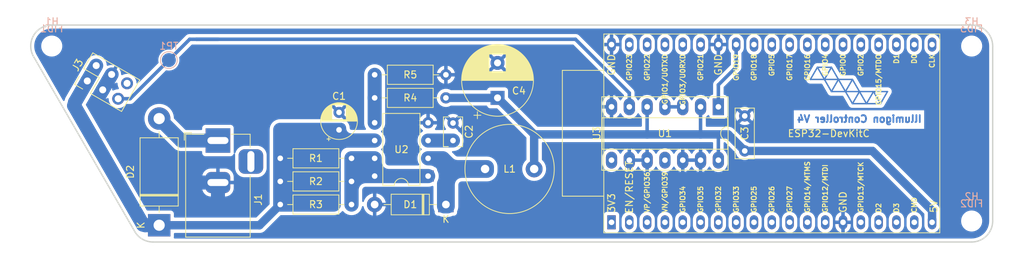
<source format=kicad_pcb>
(kicad_pcb (version 20240108) (generator "pcbnew") (generator_version "8.0")
  (layers (0 "F.Cu" signal) (31 "B.Cu" signal) (34 "B.Paste" user) (35 "F.Paste" user) (36 "B.SilkS" user "B.Silkscreen") (37 "F.SilkS" user "F.Silkscreen") (38 "B.Mask" user) (39 "F.Mask" user) (44 "Edge.Cuts" user))
  (net 0 "")
  (net 1 "+12V")
  (net 2 "GND")
  (net 3 "+5V")
  (net 5 "Net-(U2-TC)")
  (net 6 "Net-(D1-K)")
  (net 7 "ESP_3V3_DATA")
  (net 8 "ESP_5V_DATA")
  (net 9 "Net-(U2-DC)")
  (net 10 "Net-(U2-Vfb)")
  (net 12 "Net-(D2-A)")
  (net 13 "Net-(U1-Pad3)")
  (footprint "Diode_THT:D_DO-201AD_P15.24mm_Horizontal" (layer "F.Cu") (at 125.566408 124.163099 90)
    (property "Reference" "D2" (at 7.63 -4.119999 90) (layer "F.SilkS"))
    (property "Value" "1N5400")
    (fp_text user "K" (at 0 -2.6 90) (layer "F.SilkS"))
    (pad "1" thru_hole rect (at 0 0 90) (size 3.2 3.2) (drill 1.6) (layers "*.Cu" "*.Mask") (net 1 "+12V"))
    (pad "2" thru_hole oval (at 15.24 0 90) (size 3.2 3.2) (drill 1.6) (layers "*.Cu" "*.Mask") (net 12 "Net-(D2-A)"))
  )
  (footprint "Package_DIP:DIP-14_W7.62mm_Socket_LongPads" (layer "F.Cu") (at 205.322408 107.243101 -90)
    (property "Reference" "U1" (at 3.800001 7.625 0) (layer "F.SilkS"))
    (property "Value" "74LS00")
    (pad "1" thru_hole rect (at 0 0 270) (size 2.4 1.6) (drill 0.8) (layers "*.Cu" "*.Mask") (net 7 "ESP_3V3_DATA"))
    (pad "2" thru_hole oval (at 0 2.54 270) (size 2.4 1.6) (drill 0.8) (layers "*.Cu" "*.Mask") (net 3 "+5V"))
    (pad "3" thru_hole oval (at 0 5.08 270) (size 2.4 1.6) (drill 0.8) (layers "*.Cu" "*.Mask") (net 13 "Net-(U1-Pad3)"))
    (pad "4" thru_hole oval (at 0 7.62 270) (size 2.4 1.6) (drill 0.8) (layers "*.Cu" "*.Mask") (net 13 "Net-(U1-Pad3)"))
    (pad "5" thru_hole oval (at 0 10.16 270) (size 2.4 1.6) (drill 0.8) (layers "*.Cu" "*.Mask") (net 3 "+5V"))
    (pad "6" thru_hole oval (at 0 12.7 270) (size 2.4 1.6) (drill 0.8) (layers "*.Cu" "*.Mask") (net 8 "ESP_5V_DATA"))
    (pad "7" thru_hole oval (at 0 15.24 270) (size 2.4 1.6) (drill 0.8) (layers "*.Cu" "*.Mask") (net 2 "GND"))
    (pad "8" thru_hole oval (at 7.62 15.24 270) (size 2.4 1.6) (drill 0.8) (layers "*.Cu" "*.Mask"))
    (pad "9" thru_hole oval (at 7.62 12.700001 270) (size 2.4 1.6) (drill 0.8) (layers "*.Cu" "*.Mask") (net 2 "GND"))
    (pad "10" thru_hole oval (at 7.62 10.16 270) (size 2.4 1.6) (drill 0.8) (layers "*.Cu" "*.Mask") (net 2 "GND"))
    (pad "11" thru_hole oval (at 7.62 7.620001 270) (size 2.4 1.6) (drill 0.8) (layers "*.Cu" "*.Mask"))
    (pad "12" thru_hole oval (at 7.62 5.08 270) (size 2.4 1.6) (drill 0.8) (layers "*.Cu" "*.Mask") (net 2 "GND"))
    (pad "13" thru_hole oval (at 7.62 2.540001 270) (size 2.4 1.6) (drill 0.8) (layers "*.Cu" "*.Mask") (net 2 "GND"))
    (pad "14" thru_hole oval (at 7.62 0 270) (size 2.4 1.6) (drill 0.8) (layers "*.Cu" "*.Mask") (net 3 "+5V"))
  )
  (footprint "Resistor_THT:R_Axial_DIN0207_L6.3mm_D2.5mm_P10.16mm_Horizontal" (layer "F.Cu") (at 152.998408 121.2031 180)
    (property "Reference" "R3" (at 5.08 0 0) (layer "F.SilkS"))
    (property "Value" "1R")
    (pad "1" thru_hole circle (at 0 0 180) (size 1.6 1.6) (drill 0.8) (layers "*.Cu" "*.Mask") (net 9 "Net-(U2-DC)"))
    (pad "2" thru_hole oval (at 10.16 0 180) (size 1.6 1.6) (drill 0.8) (layers "*.Cu" "*.Mask") (net 1 "+12V"))
  )
  (footprint "Resistor_THT:R_Axial_DIN0207_L6.3mm_D2.5mm_P10.16mm_Horizontal" (layer "F.Cu") (at 156.300408 102.661101)
    (property "Reference" "R5" (at 5.08 0 0) (layer "F.SilkS"))
    (property "Value" "1K2_1%")
    (pad "1" thru_hole circle (at 0 0) (size 1.6 1.6) (drill 0.8) (layers "*.Cu" "*.Mask") (net 10 "Net-(U2-Vfb)"))
    (pad "2" thru_hole oval (at 10.16 0) (size 1.6 1.6) (drill 0.8) (layers "*.Cu" "*.Mask") (net 2 "GND"))
  )
  (footprint "Diode_THT:D_DO-41_SOD81_P10.16mm_Horizontal" (layer "F.Cu") (at 166.460405 121.203101 180)
    (property "Reference" "D1" (at 5.08 0 0) (layer "F.SilkS"))
    (property "Value" "1N5819")
    (fp_text user "K" (at 0 -2.1 0) (layer "F.SilkS"))
    (pad "1" thru_hole rect (at 0 0 180) (size 2.2 2.2) (drill 1.1) (layers "*.Cu" "*.Mask") (net 6 "Net-(D1-K)"))
    (pad "2" thru_hole oval (at 10.16 0 180) (size 2.2 2.2) (drill 1.1) (layers "*.Cu" "*.Mask") (net 2 "GND"))
  )
  (footprint "Capacitor_THT:CP_Radial_D10.0mm_P5.00mm" (layer "F.Cu") (at 173.826408 105.963099 90)
    (property "Reference" "C4" (at 1.005999 3.047999 0) (layer "F.SilkS"))
    (property "Value" "470uF")
    (pad "1" thru_hole rect (at 0 0 90) (size 2 2) (drill 1) (layers "*.Cu" "*.Mask") (net 3 "+5V"))
    (pad "2" thru_hole circle (at 5 0 90) (size 2 2) (drill 1) (layers "*.Cu" "*.Mask") (net 2 "GND"))
  )
  (footprint "Resistor_THT:R_Axial_DIN0207_L6.3mm_D2.5mm_P10.16mm_Horizontal" (layer "F.Cu") (at 152.99841 114.5991 180)
    (property "Reference" "R1" (at 5.08 0 0) (layer "F.SilkS"))
    (property "Value" "1R")
    (pad "1" thru_hole circle (at 0 0 180) (size 1.6 1.6) (drill 0.8) (layers "*.Cu" "*.Mask") (net 9 "Net-(U2-DC)"))
    (pad "2" thru_hole oval (at 10.16 0 180) (size 1.6 1.6) (drill 0.8) (layers "*.Cu" "*.Mask") (net 1 "+12V"))
  )
  (footprint "Capacitor_THT:CP_Radial_D5.0mm_P2.50mm" (layer "F.Cu") (at 151.220408 110.535101 90)
    (property "Reference" "C1" (at 4.815999 -0.000001 0) (layer "F.SilkS"))
    (property "Value" "100uF")
    (pad "1" thru_hole rect (at 0 0 90) (size 1.6 1.6) (drill 0.8) (layers "*.Cu" "*.Mask") (net 1 "+12V"))
    (pad "2" thru_hole circle (at 2.5 0 90) (size 1.6 1.6) (drill 0.8) (layers "*.Cu" "*.Mask") (net 2 "GND"))
  )
  (footprint "Resistor_THT:R_Axial_DIN0207_L6.3mm_D2.5mm_P10.16mm_Horizontal" (layer "F.Cu") (at 152.998407 117.9011 180)
    (property "Reference" "R2" (at 5.08 0 0) (layer "F.SilkS"))
    (property "Value" "1R")
    (pad "1" thru_hole circle (at 0 0 180) (size 1.6 1.6) (drill 0.8) (layers "*.Cu" "*.Mask") (net 9 "Net-(U2-DC)"))
    (pad "2" thru_hole oval (at 10.16 0 180) (size 1.6 1.6) (drill 0.8) (layers "*.Cu" "*.Mask") (net 1 "+12V"))
  )
  (footprint "PCM_Espressif:ESP32-DevKitC" (layer "F.Cu") (at 190.082407 123.743101 90)
    (property "Reference" "U3" (at 12.7 -2.1 90) (layer "F.SilkS"))
    (property "Value" "ESP32-DevKitC" (at 12.69 30.988 0) (layer "F.SilkS"))
    (fp_text user "GPIO12/MTDI" (at 1.27 30.48 90) (layer "F.SilkS") (effects (font (size 0.7 0.7)) (justify left)))
    (fp_text user "CLK" (at 24.13 45.72 90) (layer "F.SilkS") (effects (font (size 0.7 0.7)) (justify right)))
    (fp_text user "GPIO4" (at 24.13 30.48 90) (layer "F.SilkS") (effects (font (size 0.7 0.7)) (justify right)))
    (fp_text user "VN/GPIO39" (at 1.27 7.62 90) (layer "F.SilkS") (effects (font (size 0.7 0.7)) (justify left)))
    (fp_text user "D1" (at 24.13 40.64 90) (layer "F.SilkS") (effects (font (size 0.7 0.7)) (justify right)))
    (fp_text user "GPIO2" (at 24.13 35.56 90) (layer "F.SilkS") (effects (font (size 0.7 0.7)) (justify right)))
    (fp_text user "GPIO5" (at 24.13 22.86 90) (layer "F.SilkS") (effects (font (size 0.7 0.7)) (justify right)))
    (fp_text user "GPIO27" (at 1.27 25.4 90) (layer "F.SilkS") (effects (font (size 0.7 0.7)) (justify left)))
    (fp_text user "GPIO21" (at 24.13 12.7 90) (layer "F.SilkS") (effects (font (size 0.7 0.7)) (justify right)))
    (fp_text user "GPIO23" (at 24.13 2.54 90) (layer "F.SilkS") (effects (font (size 0.7 0.7)) (justify right)))
    (fp_text user "EN/RESET" (at 8.88632 2.53728 90) (layer "F.SilkS") (effects (justify right)))
    (fp_text user "GPIO33" (at 1.27 17.78 90) (layer "F.SilkS") (effects (font (size 0.7 0.7)) (justify left)))
    (fp_text user "GPIO26" (at 1.27 22.86 90) (layer "F.SilkS") (effects (font (size 0.7 0.7)) (justify left)))
    (fp_text user "GPIO34" (at 1.27 10.16 90) (layer "F.SilkS") (effects (font (size 0.7 0.7)) (justify left)))
    (fp_text user "D3" (at 1.27 40.64 90) (layer "F.SilkS") (effects (font (size 0.7 0.7)) (justify left)))
    (fp_text user "GPIO19" (at 24.13 17.78 90) (layer "F.SilkS") (effects (font (size 0.7 0.7)) (justify right)))
    (fp_text user "GPIO25" (at 1.27 20.32 90) (layer "F.SilkS") (effects (font (size 0.7 0.7)) (justify left)))
    (fp_text user "GND" (at 1.27 33.02 90) (layer "F.SilkS") (effects (justify left)))
    (fp_text user "GPIO15/MTDO" (at 24.13 38.1 90) (layer "F.SilkS") (effects (font (size 0.7 0.7)) (justify right)))
    (fp_text user "5V" (at 1.26632 45.97128 90) (layer "F.SilkS") (effects (justify left)))
    (fp_text user "GPIO0" (at 24.13 33.02 90) (layer "F.SilkS") (effects (font (size 0.7 0.7)) (justify right)))
    (fp_text user "3V3" (at 1.27 0 90) (layer "F.SilkS") (effects (justify left)))
    (fp_text user "GPIO32" (at 1.27 15.24 90) (layer "F.SilkS") (effects (font (size 0.7 0.7)) (justify left)))
    (fp_text user "CMD" (at 1.27 43.18 90) (layer "F.SilkS") (effects (font (size 0.7 0.7)) (justify left)))
    (fp_text user "GND" (at 24.13 0 90) (layer "F.SilkS") (effects (justify right)))
    (fp_text user "GPIO22" (at 24.13 5.08 90) (layer "F.SilkS") (effects (font (size 0.7 0.7)) (justify right)))
    (fp_text user "D0" (at 24.13 43.18 90) (layer "F.SilkS") (effects (font (size 0.7 0.7)) (justify right)))
    (fp_text user "GPIO3/U0RXD" (at 24.13 10.16 90) (layer "F.SilkS") (effects (font (size 0.7 0.7)) (justify right)))
    (fp_text user "GPIO16" (at 24.13 27.94 90) (layer "F.SilkS") (effects (font (size 0.7 0.7)) (justify right)))
    (fp_text user "GPIO1/U0TXD" (at 24.13 7.62 90) (layer "F.SilkS") (effects (font (size 0.7 0.7)) (justify right)))
    (fp_text user "VP/GPIO36" (at 1.27 5.08 90) (layer "F.SilkS") (effects (font (size 0.7 0.7)) (justify left)))
    (fp_text user "GPIO18" (at 24.13 20.32 90) (layer "F.SilkS") (effects (font (size 0.7 0.7)) (justify right)))
    (fp_text user "GPIO17" (at 24.13 25.4 90) (layer "F.SilkS") (effects (font (size 0.7 0.7)) (justify right)))
    (fp_text user "GPIO14/MTMS" (at 1.27 27.94 90) (layer "F.SilkS") (effects (font (size 0.7 0.7)) (justify left)))
    (fp_text user "GPIO13/MTCK" (at 1.27 35.56 90) (layer "F.SilkS") (effects (font (size 0.7 0.7)) (justify left)))
    (fp_text user "GND" (at 24.13 15.24 90) (layer "F.SilkS") (effects (justify right)))
    (fp_text user "GPIO35" (at 1.27 12.7 90) (layer "F.SilkS") (effects (font (size 0.7 0.7)) (justify left)))
    (fp_text user "D2" (at 1.27 38.1 90) (layer "F.SilkS") (effects (font (size 0.7 0.7)) (justify left)))
    (pad "1" thru_hole rect (at 0 0) (size 1.2 2) (drill 0.8) (layers "*.Cu" "*.Mask"))
    (pad "2" thru_hole oval (at 0 2.54) (size 1.2 2) (drill 0.8) (layers "*.Cu" "*.Mask"))
    (pad "3" thru_hole oval (at 0 5.08) (size 1.2 2) (drill 0.8) (layers "*.Cu" "*.Mask"))
    (pad "4" thru_hole oval (at 0 7.62) (size 1.2 2) (drill 0.8) (layers "*.Cu" "*.Mask"))
    (pad "5" thru_hole oval (at 0 10.16) (size 1.2 2) (drill 0.8) (layers "*.Cu" "*.Mask"))
    (pad "6" thru_hole oval (at 0 12.7) (size 1.2 2) (drill 0.8) (layers "*.Cu" "*.Mask"))
    (pad "7" thru_hole oval (at 0 15.24) (size 1.2 2) (drill 0.8) (layers "*.Cu" "*.Mask"))
    (pad "8" thru_hole oval (at 0 17.78) (size 1.2 2) (drill 0.8) (layers "*.Cu" "*.Mask"))
    (pad "9" thru_hole oval (at 0 20.32) (size 1.2 2) (drill 0.8) (layers "*.Cu" "*.Mask"))
    (pad "10" thru_hole oval (at 0 22.86) (size 1.2 2) (drill 0.8) (layers "*.Cu" "*.Mask"))
    (pad "11" thru_hole oval (at 0 25.4) (size 1.2 2) (drill 0.8) (layers "*.Cu" "*.Mask"))
    (pad "12" thru_hole oval (at 0 27.94) (size 1.2 2) (drill 0.8) (layers "*.Cu" "*.Mask"))
    (pad "13" thru_hole oval (at 0 30.48) (size 1.2 2) (drill 0.8) (layers "*.Cu" "*.Mask"))
    (pad "14" thru_hole oval (at 0 33.02) (size 1.2 2) (drill 0.8) (layers "*.Cu" "*.Mask") (net 2 "GND"))
    (pad "15" thru_hole oval (at 0 35.56) (size 1.2 2) (drill 0.8) (layers "*.Cu" "*.Mask"))
    (pad "16" thru_hole oval (at 0 38.1) (size 1.2 2) (drill 0.8) (layers "*.Cu" "*.Mask"))
    (pad "17" thru_hole oval (at 0 40.64) (size 1.2 2) (drill 0.8) (layers "*.Cu" "*.Mask"))
    (pad "18" thru_hole oval (at 0 43.18) (size 1.2 2) (drill 0.8) (layers "*.Cu" "*.Mask"))
    (pad "19" thru_hole oval (at 0 45.72) (size 1.2 2) (drill 0.8) (layers "*.Cu" "*.Mask") (net 3 "+5V"))
    (pad "20" thru_hole oval (at 25.39632 45.71728) (size 1.2 2) (drill 0.8) (layers "*.Cu" "*.Mask"))
    (pad "21" thru_hole oval (at 25.39632 43.17728) (size 1.2 2) (drill 0.8) (layers "*.Cu" "*.Mask"))
    (pad "22" thru_hole oval (at 25.4 40.64) (size 1.2 2) (drill 0.8) (layers "*.Cu" "*.Mask"))
    (pad "23" thru_hole oval (at 25.4 38.1) (size 1.2 2) (drill 0.8) (layers "*.Cu" "*.Mask"))
    (pad "24" thru_hole oval (at 25.4 35.56) (size 1.2 2) (drill 0.8) (layers "*.Cu" "*.Mask"))
    (pad "25" thru_hole oval (at 25.4 33.02) (size 1.2 2) (drill 0.8) (layers "*.Cu" "*.Mask"))
    (pad "26" thru_hole oval (at 25.4 30.48) (size 1.2 2) (drill 0.8) (layers "*.Cu" "*.Mask"))
    (pad "27" thru_hole oval (at 25.4 27.94) (size 1.2 2) (drill 0.8) (layers "*.Cu" "*.Mask"))
    (pad "28" thru_hole oval (at 25.4 25.4) (size 1.2 2) (drill 0.8) (layers "*.Cu" "*.Mask"))
    (pad "29" thru_hole oval (at 25.4 22.86) (size 1.2 2) (drill 0.8) (layers "*.Cu" "*.Mask"))
    (pad "30" thru_hole oval (at 25.4 20.32) (size 1.2 2) (drill 0.8) (layers "*.Cu" "*.Mask"))
    (pad "31" thru_hole oval (at 25.4 17.78) (size 1.2 2) (drill 0.8) (layers "*.Cu" "*.Mask") (net 7 "ESP_3V3_DATA"))
    (pad "32" thru_hole oval (at 25.4 15.24) (size 1.2 2) (drill 0.8) (layers "*.Cu" "*.Mask") (net 2 "GND"))
    (pad "33" thru_hole oval (at 25.4 12.7) (size 1.2 2) (drill 0.8) (layers "*.Cu" "*.Mask"))
    (pad "34" thru_hole oval (at 25.4 10.16) (size 1.2 2) (drill 0.8) (layers "*.Cu" "*.Mask"))
    (pad "35" thru_hole oval (at 25.4 7.62) (size 1.2 2) (drill 0.8) (layers "*.Cu" "*.Mask"))
    (pad "36" thru_hole oval (at 25.4 5.08) (size 1.2 2) (drill 0.8) (layers "*.Cu" "*.Mask"))
    (pad "37" thru_hole oval (at 25.4 2.540001) (size 1.2 2) (drill 0.8) (layers "*.Cu" "*.Mask"))
    (pad "38" thru_hole oval (at 25.4 0) (size 1.2 2) (drill 0.8) (layers "*.Cu" "*.Mask") (net 2 "GND"))
  )
  (footprint "Connector_BarrelJack:BarrelJack_Horizontal" (layer "F.Cu") (at 133.948406 112.059103 90)
    (property "Reference" "J1" (at -8.45 5.75 90) (layer "F.SilkS"))
    (property "Value" "Barrel_Jack_Switch")
    (pad "1" thru_hole rect (at 0 0 90) (size 3.5 3.5) (drill oval 1 3) (layers "*.Cu" "*.Mask") (net 12 "Net-(D2-A)"))
    (pad "2" thru_hole roundrect (at -6 0 90) (size 3 3.5) (drill oval 1 3) (layers "*.Cu" "*.Mask") (net 2 "GND"))
    (pad "3" thru_hole roundrect (at -3 4.7 90) (size 3.5 3.5) (drill oval 3 1) (layers "*.Cu" "*.Mask"))
  )
  (footprint "Capacitor_THT:C_Rect_L7.0mm_W2.5mm_P5.00mm" (layer "F.Cu") (at 209.082404 113.543101 90)
    (property "Reference" "C3" (at 2.5 0 90) (layer "F.SilkS"))
    (property "Value" "100nF")
    (pad "1" thru_hole circle (at 0 0 90) (size 1.6 1.6) (drill 0.8) (layers "*.Cu" "*.Mask") (net 3 "+5V"))
    (pad "2" thru_hole circle (at 5 0 90) (size 1.6 1.6) (drill 0.8) (layers "*.Cu" "*.Mask") (net 2 "GND"))
  )
  (footprint "Connector_PinHeader_2.54mm:PinHeader_2x03_P2.54mm_Vertical" (layer "F.Cu") (at 115.316 103.545705 60)
    (property "Reference" "J3" (at 1.27 -2.33 60) (layer "F.SilkS"))
    (property "Value" "Conn_02x03_Odd_Even")
    (pad "1" thru_hole rect (at 0 0 60) (size 1.7 1.7) (drill 1) (layers "*.Cu" "*.Mask") (net 1 "+12V"))
    (pad "2" thru_hole oval (at 2.54 0 60) (size 1.7 1.7) (drill 1) (layers "*.Cu" "*.Mask") (net 1 "+12V"))
    (pad "3" thru_hole oval (at 0 2.54 60) (size 1.7 1.7) (drill 1) (layers "*.Cu" "*.Mask") (net 2 "GND"))
    (pad "4" thru_hole oval (at 2.540001 2.54 60) (size 1.7 1.7) (drill 1) (layers "*.Cu" "*.Mask") (net 2 "GND"))
    (pad "5" thru_hole oval (at 0 5.08 60) (size 1.7 1.7) (drill 1) (layers "*.Cu" "*.Mask") (net 8 "ESP_5V_DATA"))
    (pad "6" thru_hole oval (at 2.54 5.08 60) (size 1.7 1.7) (drill 1) (layers "*.Cu" "*.Mask"))
  )
  (footprint "Resistor_THT:R_Axial_DIN0207_L6.3mm_D2.5mm_P10.16mm_Horizontal" (layer "F.Cu") (at 156.300409 105.9631)
    (property "Reference" "R4" (at 5.08 0 0) (layer "F.SilkS"))
    (property "Value" "3K6_1%")
    (pad "1" thru_hole circle (at 0 0) (size 1.6 1.6) (drill 0.8) (layers "*.Cu" "*.Mask") (net 10 "Net-(U2-Vfb)"))
    (pad "2" thru_hole oval (at 10.16 0) (size 1.6 1.6) (drill 0.8) (layers "*.Cu" "*.Mask") (net 3 "+5V"))
  )
  (footprint "Package_DIP:DIP-8_W7.62mm" (layer "F.Cu") (at 163.920407 117.139101 180)
    (property "Reference" "U2" (at 3.8 3.800001 0) (layer "F.SilkS"))
    (property "Value" "MC34063AP")
    (pad "1" thru_hole rect (at 0 0 180) (size 1.6 1.6) (drill 0.8) (layers "*.Cu" "*.Mask") (net 9 "Net-(U2-DC)"))
    (pad "2" thru_hole oval (at 0 2.54 180) (size 1.6 1.6) (drill 0.8) (layers "*.Cu" "*.Mask") (net 6 "Net-(D1-K)"))
    (pad "3" thru_hole oval (at 0 5.08 180) (size 1.6 1.6) (drill 0.8) (layers "*.Cu" "*.Mask") (net 5 "Net-(U2-TC)"))
    (pad "4" thru_hole oval (at 0 7.62 180) (size 1.6 1.6) (drill 0.8) (layers "*.Cu" "*.Mask") (net 2 "GND"))
    (pad "5" thru_hole oval (at 7.62 7.620001 180) (size 1.6 1.6) (drill 0.8) (layers "*.Cu" "*.Mask") (net 10 "Net-(U2-Vfb)"))
    (pad "6" thru_hole oval (at 7.62 5.08 180) (size 1.6 1.6) (drill 0.8) (layers "*.Cu" "*.Mask") (net 1 "+12V"))
    (pad "7" thru_hole oval (at 7.62 2.540001 180) (size 1.6 1.6) (drill 0.8) (layers "*.Cu" "*.Mask") (net 9 "Net-(U2-DC)"))
    (pad "8" thru_hole oval (at 7.62 0 180) (size 1.6 1.6) (drill 0.8) (layers "*.Cu" "*.Mask") (net 9 "Net-(U2-DC)"))
  )
  (footprint "Capacitor_THT:C_Rect_L4.0mm_W2.5mm_P2.50mm" (layer "F.Cu") (at 167.476407 112.059102 90)
    (property "Reference" "C2" (at 1.260001 2.285999 90) (layer "F.SilkS"))
    (property "Value" "680pF")
    (pad "1" thru_hole circle (at 0 0 90) (size 1.6 1.6) (drill 0.8) (layers "*.Cu" "*.Mask") (net 5 "Net-(U2-TC)"))
    (pad "2" thru_hole circle (at 2.5 0 90) (size 1.6 1.6) (drill 0.8) (layers "*.Cu" "*.Mask") (net 2 "GND"))
  )
  (footprint "Inductor_THT:L_Radial_D12.5mm_P7.00mm_Fastron_09HCP" (layer "F.Cu") (at 172.048408 116.123101)
    (property "Reference" "L1" (at 3.5 0 0) (layer "F.SilkS"))
    (property "Value" "220uH")
    (pad "1" thru_hole circle (at 0 0) (size 2.4 2.4) (drill 1.2) (layers "*.Cu" "*.Mask") (net 6 "Net-(D1-K)"))
    (pad "2" thru_hole circle (at 7 0) (size 2.4 2.4) (drill 1.2) (layers "*.Cu" "*.Mask") (net 3 "+5V"))
  )
  (footprint "MountingHole:MountingHole_2.5mm" (layer "B.Cu") (at 241.448403 98.559103 180)
    (property "Reference" "H3" (at 0 3.5 0) (layer "B.SilkS") (effects (justify mirror)))
    (property "Value" "MountingHole")
    (pad "" np_thru_hole circle (at 0 0 180) (size 2.5 2.5) (drill 2.5) (layers "*.Cu" "*.Mask"))
  )
  (footprint "TestPoint:TestPoint_Pad_D2.0mm" (layer "B.Cu") (at 126.948407 100.559102 180)
    (property "Reference" "TP1" (at 0 1.998 0) (layer "B.SilkS") (effects (justify mirror)))
    (property "Value" "TestPoint")
    (pad "1" smd circle (at 0 0 180) (size 2 2) (layers "B.Cu" "B.Mask") (net 8 "ESP_5V_DATA"))
  )
  (footprint "Fiducial:Fiducial_1.5mm_Mask3mm" (layer "B.Cu") (at 241.448403 98.559103 180)
    (property "Reference" "FID3" (at 0 2.4765 0) (layer "B.SilkS") (effects (justify mirror)))
    (property "Value" "Fiducial")
    (pad "" smd circle (at 0 0 180) (size 1.5 1.5) (layers "B.Cu" "B.Mask" "Eco1.User") (clearance 0.75))
  )
  (footprint "MountingHole:MountingHole_2.5mm" (layer "B.Cu") (at 110.24667 98.559067 180)
    (property "Reference" "H1" (at 0 3.5 0) (layer "B.SilkS") (effects (justify mirror)))
    (property "Value" "MountingHole")
    (pad "" np_thru_hole circle (at 0 0 180) (size 2.5 2.5) (drill 2.5) (layers "*.Cu" "*.Mask"))
  )
  (footprint "Fiducial:Fiducial_1.5mm_Mask3mm" (layer "B.Cu") (at 110.24667 98.559067 180)
    (property "Reference" "FID1" (at 0 2.4765 0) (layer "B.SilkS") (effects (justify mirror)))
    (property "Value" "Fiducial")
    (pad "" smd circle (at 0 0 180) (size 1.5 1.5) (layers "B.Cu" "B.Mask" "Eco1.User") (clearance 0.75))
  )
  (footprint "MountingHole:MountingHole_2.5mm" (layer "B.Cu") (at 241.448403 123.559103 180)
    (property "Reference" "H2" (at 0 3.5 0) (layer "B.SilkS") (effects (justify mirror)))
    (property "Value" "MountingHole")
    (pad "" np_thru_hole circle (at 0 0 180) (size 2.5 2.5) (drill 2.5) (layers "*.Cu" "*.Mask"))
  )
  (footprint "Fiducial:Fiducial_1.5mm_Mask3mm" (layer "B.Cu") (at 241.448403 123.559103 180)
    (property "Reference" "FID2" (at 0 2.4765 0) (layer "B.SilkS") (effects (justify mirror)))
    (property "Value" "Fiducial")
    (pad "" smd circle (at 0 0 180) (size 1.5 1.5) (layers "B.Cu" "B.Mask" "Eco1.User") (clearance 0.75))
  )
  (gr_line (start 228.448404 106.791156) (end 227.448407 105.059101) (stroke (width 0.2)) (layer "B.Cu"))
  (gr_line (start 220.448406 103.32705) (end 222.448406 103.327053) (stroke (width 0.2)) (layer "B.Cu"))
  (gr_line (start 218.448406 103.32705) (end 220.448406 103.32705) (stroke (width 0.2)) (layer "B.Cu"))
  (gr_line (start 224.448403 106.791158) (end 223.448406 105.059102) (stroke (width 0.2)) (layer "B.Cu"))
  (gr_line (start 223.448406 105.059102) (end 222.448406 103.327053) (stroke (width 0.2)) (layer "B.Cu"))
  (gr_line (start 225.448405 105.059106) (end 224.448407 103.327053) (stroke (width 0.2)) (layer "B.Cu"))
  (gr_line (start 221.448405 105.059105) (end 220.448406 103.32705) (stroke (width 0.2)) (layer "B.Cu"))
  (gr_line (start 218.448406 103.32705) (end 219.448408 101.595) (stroke (width 0.2)) (layer "B.Cu"))
  (gr_line (start 220.448406 103.32705) (end 221.448408 101.594999) (stroke (width 0.2)) (layer "B.Cu"))
  (gr_line (start 222.448405 103.327054) (end 221.448408 101.594999) (stroke (width 0.2)) (layer "B.Cu"))
  (gr_line (start 225.448406 105.059102) (end 227.448407 105.059101) (stroke (width 0.2)) (layer "B.Cu"))
  (gr_line (start 226.448403 106.791156) (end 228.448404 106.791156) (stroke (width 0.2)) (layer "B.Cu"))
  (gr_line (start 224.448403 106.791158) (end 225.448405 105.059106) (stroke (width 0.2)) (layer "B.Cu"))
  (gr_line (start 222.448405 103.327054) (end 224.448407 103.327053) (stroke (width 0.2)) (layer "B.Cu"))
  (gr_line (start 226.448403 106.791156) (end 227.448405 105.059106) (stroke (width 0.2)) (layer "B.Cu"))
  (gr_line (start 220.448406 103.32705) (end 219.448409 101.594998) (stroke (width 0.2)) (layer "B.Cu"))
  (gr_line (start 223.448406 105.059102) (end 224.448407 103.327053) (stroke (width 0.2)) (layer "B.Cu"))
  (gr_line (start 223.448406 105.059102) (end 225.448406 105.059102) (stroke (width 0.2)) (layer "B.Cu"))
  (gr_line (start 221.448405 105.059105) (end 223.448406 105.059102) (stroke (width 0.2)) (layer "B.Cu"))
  (gr_line (start 227.448405 105.059106) (end 229.448403 105.059106) (stroke (width 0.2)) (layer "B.Cu"))
  (gr_line (start 228.448404 106.791156) (end 229.448403 105.059106) (stroke (width 0.2)) (layer "B.Cu"))
  (gr_line (start 219.448408 101.595) (end 221.448408 101.594999) (stroke (width 0.2)) (layer "B.Cu"))
  (gr_line (start 226.448403 106.791156) (end 225.448406 105.059102) (stroke (width 0.2)) (layer "B.Cu"))
  (gr_line (start 221.448405 105.059105) (end 222.448405 103.327054) (stroke (width 0.2)) (layer "B.Cu"))
  (gr_line (start 224.448403 106.791158) (end 226.448403 106.791156) (stroke (width 0.2)) (layer "B.Cu"))
  (gr_arc (start 124.680469 126.559101) (mid 123.183068 126.158654) (end 122.085369 125.064276) (stroke (width 0.2)) (layer "Edge.Cuts"))
  (gr_line (start 241.448401 95.559103) (end 110.234671 95.559102) (stroke (width 0.2)) (layer "Edge.Cuts"))
  (gr_line (start 107.6486 100.059062) (end 122.085369 125.064276) (stroke (width 0.2)) (layer "Edge.Cuts"))
  (gr_arc (start 107.6486 100.059062) (mid 107.645603 97.064265) (end 110.234671 95.559102) (stroke (width 0.2)) (layer "Edge.Cuts"))
  (gr_arc (start 241.448401 95.559103) (mid 243.569725 96.437781) (end 244.448403 98.559103) (stroke (width 0.2)) (layer "Edge.Cuts"))
  (gr_line (start 244.448403 123.559104) (end 244.448403 98.559103) (stroke (width 0.2)) (layer "Edge.Cuts"))
  (gr_arc (start 244.448403 123.559104) (mid 243.569724 125.68042) (end 241.448407 126.559102) (stroke (width 0.2)) (layer "Edge.Cuts"))
  (gr_line (start 124.680469 126.559101) (end 241.448407 126.559102) (stroke (width 0.2)) (layer "Edge.Cuts"))
  (gr_text "Illumigon Controller V4" (at 234.448407 109.559102 0) (layer "B.Cu") (effects (font (size 1 1) (thickness 0.25) (bold yes)) (justify left bottom mirror)))
  (segment (start 113.432126 107.076421) (end 113.566 106.576794) (width 2) (layer "B.Cu") (net 1))
  (segment (start 123.566408 124.163099) (end 123.247842 124.07774) (width 2) (layer "B.Cu") (net 1))
  (segment (start 139.878407 124.163099) (end 142.838405 121.203101) (width 1.2) (layer "B.Cu") (net 1))
  (segment (start 125.566408 124.163099) (end 139.878407 124.163099) (width 1.2) (layer "B.Cu") (net 1))
  (segment (start 125.566408 124.163099) (end 123.566408 124.163099) (width 2) (layer "B.Cu") (net 1))
  (segment (start 115.315998 103.545706) (end 116.586 101.346) (width 2) (layer "B.Cu") (net 1))
  (segment (start 123.247842 124.07774) (end 113.432126 107.076421) (width 2) (layer "B.Cu") (net 1))
  (segment (start 113.566 106.576794) (end 115.316 103.545705) (width 2) (layer "B.Cu") (net 1))
  (segment (start 117.515702 104.815707) (end 118.785704 102.616003) (width 2) (layer "B.Cu") (net 2))
  (segment (start 133.948406 118.059102) (end 131.448407 118.059102) (width 2) (layer "B.Cu") (net 2))
  (segment (start 117.515705 104.815707) (end 116.515705 106.547758) (width 2) (layer "B.Cu") (net 2))
  (segment (start 133.948406 118.059102) (end 133.948407 120.559101) (width 2) (layer "B.Cu") (net 2))
  (segment (start 206.724406 111.185102) (end 205.322408 111.185101) (width 1.2) (layer "B.Cu") (net 3))
  (segment (start 209.082404 113.543101) (end 206.724406 111.185102) (width 1.2) (layer "B.Cu") (net 3))
  (segment (start 179.048408 116.1231) (end 179.048408 111.185102) (width 1.2) (layer "B.Cu") (net 3))
  (segment (start 179.048408 111.185102) (end 173.826408 105.963099) (width 1.2) (layer "B.Cu") (net 3))
  (segment (start 202.782407 107.243101) (end 202.782406 111.185103) (width 0.5) (layer "B.Cu") (net 3))
  (segment (start 195.162406 107.243104) (end 195.162406 111.185101) (width 0.5) (layer "B.Cu") (net 3))
  (segment (start 235.802407 122.063101) (end 235.802406 123.743103) (width 1.2) (layer "B.Cu") (net 3))
  (segment (start 202.782406 111.185103) (end 195.162406 111.185101) (width 1.2) (layer "B.Cu") (net 3))
  (segment (start 205.322408 111.185101) (end 202.782406 111.185103) (width 1.2) (layer "B.Cu") (net 3))
  (segment (start 227.282408 113.543101) (end 235.802407 122.063101) (width 1.2) (layer "B.Cu") (net 3))
  (segment (start 195.162406 111.185101) (end 179.048408 111.185102) (width 1.2) (layer "B.Cu") (net 3))
  (segment (start 209.082404 113.543101) (end 227.282408 113.543101) (width 1.2) (layer "B.Cu") (net 3))
  (segment (start 166.460408 105.963099) (end 173.826408 105.963099) (width 1.2) (layer "B.Cu") (net 3))
  (segment (start 205.322409 114.863101) (end 205.322408 111.185101) (width 0.5) (layer "B.Cu") (net 3))
  (segment (start 167.476407 112.059102) (end 163.920406 112.059101) (width 2) (layer "B.Cu") (net 5))
  (segment (start 207.862409 101.563102) (end 205.322407 104.103102) (width 0.5) (layer "B.Cu") (net 7))
  (segment (start 205.322407 104.103102) (end 205.322408 107.243101) (width 0.5) (layer "B.Cu") (net 7))
  (segment (start 207.862407 98.343101) (end 207.862409 101.563102) (width 0.5) (layer "B.Cu") (net 7))
  (segment (start 130.900406 97.591103) (end 129.916406 97.591103) (width 0.5) (layer "B.Cu") (net 8))
  (segment (start 184.942408 97.591103) (end 130.900406 97.591103) (width 0.5) (layer "B.Cu") (net 8))
  (segment (start 192.622408 105.271103) (end 184.942408 97.591103) (width 0.5) (layer "B.Cu") (net 8))
  (segment (start 192.622408 107.243101) (end 192.622408 105.271103) (width 0.5) (layer "B.Cu") (net 8))
  (segment (start 129.916406 97.591103) (end 121.421804 106.085705) (width 0.5) (layer "B.Cu") (net 8))
  (segment (start 121.421804 106.085705) (end 119.715409 106.085705) (width 0.5) (layer "B.Cu") (net 8))
  (segment (start 133.980408 97.591103) (end 130.900406 97.591103) (width 0.5) (layer "B.Cu") (net 8))
  (segment (start 156.300409 105.9631) (end 156.300405 109.519104) (width 2) (layer "B.Cu") (net 10))
  (segment (start 156.300408 102.661101) (end 156.300409 105.9631) (width 2) (layer "B.Cu") (net 10))
  (segment (start 133.948406 112.059103) (end 128.702408 112.059101) (width 2) (layer "B.Cu") (net 12))
  (segment (start 128.702408 112.059101) (end 125.566406 108.923102) (width 2) (layer "B.Cu") (net 12))
  (segment (start 200.242408 107.243101) (end 197.702408 107.2431) (width 0.5) (layer "B.Cu") (net 13))
  (segment (start 197.702408 107.2431) (end 197.702407 107.243101) (width 0.3) (layer "B.Cu") (net 13))
  (zone (net 2) (net_name "GND") (layer "B.Cu") (connect_pads (clearance 0.5)) (min_thickness 0.25) (fill yes (thermal_gap 0.5) (thermal_bridge_width 0.5))
    (polygon (pts (xy 248.660407 129.569102) (xy 248.914407 92.231103) (xy 102.864406 91.977103) (xy 102.864406 129.061103)))
  )
  (zone (net 9) (net_name "Net-(U2-DC)") (layer "B.Cu") (priority 2) (connect_pads yes (clearance 0.5)) (min_thickness 0.25) (fill yes (thermal_gap 0.5) (thermal_bridge_width 0.5) (smoothing fillet) (radius 1))
    (polygon (pts (xy 151.982407 113.583102) (xy 151.982408 122.219099) (xy 154.014407 122.2191) (xy 154.014408 118.155103) (xy 164.936408 118.1551) (xy 164.936407 116.123101) (xy 157.316406 116.1231) (xy 157.316407 113.583101)))
  )
  (zone (net 6) (net_name "Net-(D1-K)") (layer "B.Cu") (priority 1) (connect_pads yes (clearance 0.5)) (min_thickness 0.25) (fill yes (thermal_gap 0.5) (thermal_bridge_width 0.5) (smoothing fillet) (radius 1))
    (polygon (pts (xy 162.904408 113.583099) (xy 162.904407 115.615102) (xy 165.190407 115.615102) (xy 165.190408 122.4731) (xy 167.730407 122.4731) (xy 167.730408 117.393099) (xy 173.318408 117.393099) (xy 173.318408 114.853099) (xy 167.73041 114.853101) (xy 166.460406 113.583102)))
  )
  (zone (net 1) (net_name "+12V") (layer "B.Cu") (priority 3) (connect_pads yes (clearance 0.5)) (min_thickness 0.25) (fill yes (thermal_gap 0.5) (thermal_bridge_width 0.5) (smoothing fillet) (radius 1))
    (polygon (pts (xy 141.822408 109.519099) (xy 141.822407 122.219101) (xy 151.474407 122.219104) (xy 151.474409 113.075101) (xy 157.316408 113.075102) (xy 157.316408 111.0431) (xy 152.236408 111.0431) (xy 152.236407 109.519102)))
  )
)
</source>
